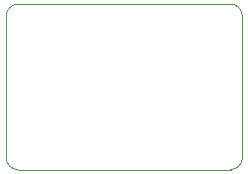
<source format=gbr>
%TF.GenerationSoftware,KiCad,Pcbnew,5.1.12-84ad8e8a86~92~ubuntu20.04.1*%
%TF.CreationDate,2021-11-26T18:46:47+01:00*%
%TF.ProjectId,doorbell-adapter,646f6f72-6265-46c6-9c2d-616461707465,rev?*%
%TF.SameCoordinates,Original*%
%TF.FileFunction,Profile,NP*%
%FSLAX46Y46*%
G04 Gerber Fmt 4.6, Leading zero omitted, Abs format (unit mm)*
G04 Created by KiCad (PCBNEW 5.1.12-84ad8e8a86~92~ubuntu20.04.1) date 2021-11-26 18:46:47*
%MOMM*%
%LPD*%
G01*
G04 APERTURE LIST*
%TA.AperFunction,Profile*%
%ADD10C,0.050000*%
%TD*%
G04 APERTURE END LIST*
D10*
X113000000Y-77000000D02*
G75*
G02*
X114000000Y-76000000I1000000J0D01*
G01*
X132000000Y-76000000D02*
G75*
G02*
X133000000Y-77000000I0J-1000000D01*
G01*
X133000000Y-89000000D02*
G75*
G02*
X132000000Y-90000000I-1000000J0D01*
G01*
X114000000Y-90000000D02*
G75*
G02*
X113000000Y-89000000I0J1000000D01*
G01*
X113000000Y-77000000D02*
X113000000Y-89000000D01*
X132000000Y-76000000D02*
X114000000Y-76000000D01*
X133000000Y-89000000D02*
X133000000Y-77000000D01*
X114000000Y-90000000D02*
X132000000Y-90000000D01*
M02*

</source>
